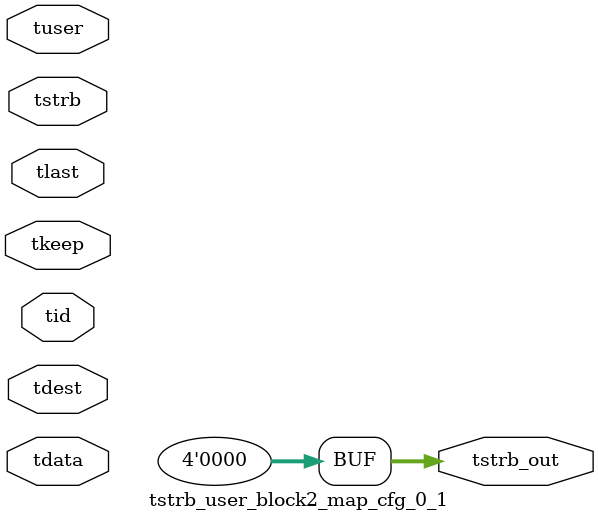
<source format=v>


`timescale 1ps/1ps

module tstrb_user_block2_map_cfg_0_1 #
(
parameter C_S_AXIS_TDATA_WIDTH = 32,
parameter C_S_AXIS_TUSER_WIDTH = 0,
parameter C_S_AXIS_TID_WIDTH   = 0,
parameter C_S_AXIS_TDEST_WIDTH = 0,
parameter C_M_AXIS_TDATA_WIDTH = 32
)
(
input  [(C_S_AXIS_TDATA_WIDTH == 0 ? 1 : C_S_AXIS_TDATA_WIDTH)-1:0     ] tdata,
input  [(C_S_AXIS_TUSER_WIDTH == 0 ? 1 : C_S_AXIS_TUSER_WIDTH)-1:0     ] tuser,
input  [(C_S_AXIS_TID_WIDTH   == 0 ? 1 : C_S_AXIS_TID_WIDTH)-1:0       ] tid,
input  [(C_S_AXIS_TDEST_WIDTH == 0 ? 1 : C_S_AXIS_TDEST_WIDTH)-1:0     ] tdest,
input  [(C_S_AXIS_TDATA_WIDTH/8)-1:0 ] tkeep,
input  [(C_S_AXIS_TDATA_WIDTH/8)-1:0 ] tstrb,
input                                                                    tlast,
output [(C_M_AXIS_TDATA_WIDTH/8)-1:0 ] tstrb_out
);

assign tstrb_out = {1'b0};

endmodule


</source>
